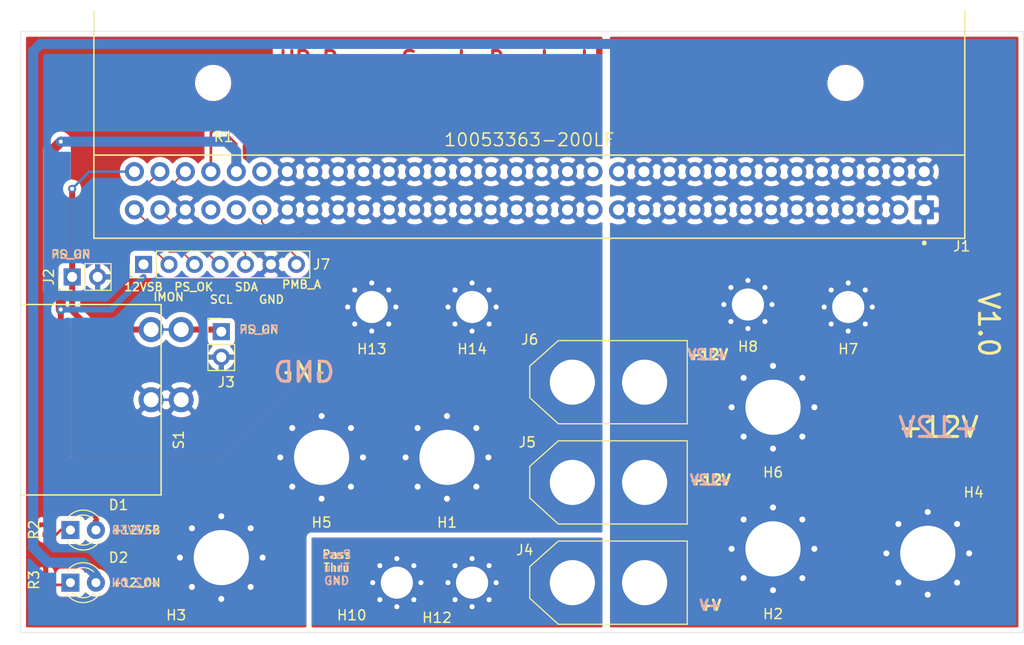
<source format=kicad_pcb>
(kicad_pcb (version 20171130) (host pcbnew "(5.1.6)-1")
  (layers (0 Front signal) (31 Back signal) (34 B.Paste user hide) (35 F.Paste user) (36 B.SilkS user hide) (37 F.SilkS user) (38 B.Mask user hide) (39 F.Mask user) (44 Edge.Cuts user))
  (net 0 "")
  (net 1 +12V)
  (net 2 "Net-(J1-PadA28)")
  (net 3 "Net-(J1-PadA29)")
  (net 4 GND)
  (net 5 +12VSB)
  (net 6 /PS_ON)
  (net 7 "Net-(D1-Pad1)")
  (net 8 "Net-(D2-Pad1)")
  (net 9 /PMB_ADDR)
  (net 10 /SDA)
  (net 11 /SCL)
  (net 12 /IMONITOR)
  (net 13 /PRESENT_L)
  (net 14 /PSINT)
  (net 15 /PASS_THRU_GND)
  (net 16 /PS_OK)
  (module eec:Amphenol_ICC-10053363-200LF-0-0-MFG (layer Front) (at 163.96 71.15 180)
    (fp_text reference J1 (at -44.055 -5.54) (layer F.SilkS) (effects (justify right)))
    (fp_text value 10053363-200LF (at 0 5.08) (layer F.SilkS) (effects (font (size 1.27 1.27))))
    (fp_line (start -43.41 -4.74) (end 43.41 -4.74) (layer F.SilkS) (width 0.15))
    (fp_line (start 43.41 17.955) (end 43.41 3.555) (layer F.SilkS) (width 0.15))
    (fp_line (start -43.41 3.555) (end 43.41 3.555) (layer F.SilkS) (width 0.15))
    (fp_line (start -43.41 17.955) (end -43.41 3.555) (layer F.SilkS) (width 0.15))
    (fp_circle (center -39.37 -5.21) (end -39.245 -5.21) (layer F.SilkS) (width 0.25))
    (fp_line (start -43.41 3.555) (end -43.41 -4.74) (layer F.SilkS) (width 0.15))
    (fp_line (start 43.41 3.555) (end 43.41 -4.74) (layer F.SilkS) (width 0.15))
    (pad "" np_thru_hole circle (at 31.52 10.755 180) (size 2.6 2.6) (drill 2.6) (layers *.Cu *.Mask))
    (pad "" np_thru_hole circle (at -31.52 10.755 180) (size 2.6 2.6) (drill 2.6) (layers *.Cu *.Mask))
    (pad A1 thru_hole rect (at -39.37 -1.905 180) (size 1.9 1.9) (drill 1.1) (layers *.Cu *.Mask) (net 1 +12V))
    (pad A2 thru_hole circle (at -36.83 -1.905 180) (size 1.9 1.9) (drill 1.1) (layers *.Cu *.Mask) (net 1 +12V))
    (pad A3 thru_hole circle (at -34.29 -1.905 180) (size 1.9 1.9) (drill 1.1) (layers *.Cu *.Mask) (net 1 +12V))
    (pad A4 thru_hole circle (at -31.75 -1.905 180) (size 1.9 1.9) (drill 1.1) (layers *.Cu *.Mask) (net 1 +12V))
    (pad A5 thru_hole circle (at -29.21 -1.905 180) (size 1.9 1.9) (drill 1.1) (layers *.Cu *.Mask) (net 1 +12V))
    (pad A6 thru_hole circle (at -26.67 -1.905 180) (size 1.9 1.9) (drill 1.1) (layers *.Cu *.Mask) (net 1 +12V))
    (pad A7 thru_hole circle (at -24.13 -1.905 180) (size 1.9 1.9) (drill 1.1) (layers *.Cu *.Mask) (net 1 +12V))
    (pad A8 thru_hole circle (at -21.59 -1.905 180) (size 1.9 1.9) (drill 1.1) (layers *.Cu *.Mask) (net 1 +12V))
    (pad A9 thru_hole circle (at -19.05 -1.905 180) (size 1.9 1.9) (drill 1.1) (layers *.Cu *.Mask) (net 1 +12V))
    (pad A10 thru_hole circle (at -16.51 -1.905 180) (size 1.9 1.9) (drill 1.1) (layers *.Cu *.Mask) (net 1 +12V))
    (pad A11 thru_hole circle (at -13.97 -1.905 180) (size 1.9 1.9) (drill 1.1) (layers *.Cu *.Mask) (net 1 +12V))
    (pad A12 thru_hole circle (at -11.43 -1.905 180) (size 1.9 1.9) (drill 1.1) (layers *.Cu *.Mask) (net 1 +12V))
    (pad A13 thru_hole circle (at -8.89 -1.905 180) (size 1.9 1.9) (drill 1.1) (layers *.Cu *.Mask) (net 1 +12V))
    (pad A14 thru_hole circle (at -6.35 -1.905 180) (size 1.9 1.9) (drill 1.1) (layers *.Cu *.Mask) (net 4 GND))
    (pad A15 thru_hole circle (at -3.81 -1.905 180) (size 1.9 1.9) (drill 1.1) (layers *.Cu *.Mask) (net 4 GND))
    (pad A16 thru_hole circle (at -1.27 -1.905 180) (size 1.9 1.9) (drill 1.1) (layers *.Cu *.Mask) (net 4 GND))
    (pad A17 thru_hole circle (at 1.27 -1.905 180) (size 1.9 1.9) (drill 1.1) (layers *.Cu *.Mask) (net 4 GND))
    (pad A18 thru_hole circle (at 3.81 -1.905 180) (size 1.9 1.9) (drill 1.1) (layers *.Cu *.Mask) (net 4 GND))
    (pad A19 thru_hole circle (at 6.35 -1.905 180) (size 1.9 1.9) (drill 1.1) (layers *.Cu *.Mask) (net 4 GND))
    (pad A20 thru_hole circle (at 8.89 -1.905 180) (size 1.9 1.9) (drill 1.1) (layers *.Cu *.Mask) (net 4 GND))
    (pad A21 thru_hole circle (at 11.43 -1.905 180) (size 1.9 1.9) (drill 1.1) (layers *.Cu *.Mask) (net 4 GND))
    (pad A22 thru_hole circle (at 13.97 -1.905 180) (size 1.9 1.9) (drill 1.1) (layers *.Cu *.Mask) (net 4 GND))
    (pad A23 thru_hole circle (at 16.51 -1.905 180) (size 1.9 1.9) (drill 1.1) (layers *.Cu *.Mask) (net 4 GND))
    (pad A24 thru_hole circle (at 19.05 -1.905 180) (size 1.9 1.9) (drill 1.1) (layers *.Cu *.Mask) (net 4 GND))
    (pad A25 thru_hole circle (at 21.59 -1.905 180) (size 1.9 1.9) (drill 1.1) (layers *.Cu *.Mask) (net 4 GND))
    (pad A26 thru_hole circle (at 24.13 -1.905 180) (size 1.9 1.9) (drill 1.1) (layers *.Cu *.Mask) (net 4 GND))
    (pad A27 thru_hole circle (at 26.67 -1.905 180) (size 1.9 1.9) (drill 1.1) (layers *.Cu *.Mask) (net 9 /PMB_ADDR))
    (pad A28 thru_hole circle (at 29.21 -1.905 180) (size 1.9 1.9) (drill 1.1) (layers *.Cu *.Mask) (net 2 "Net-(J1-PadA28)"))
    (pad A29 thru_hole circle (at 31.75 -1.905 180) (size 1.9 1.9) (drill 1.1) (layers *.Cu *.Mask) (net 3 "Net-(J1-PadA29)"))
    (pad A30 thru_hole circle (at 34.29 -1.905 180) (size 1.9 1.9) (drill 1.1) (layers *.Cu *.Mask) (net 4 GND))
    (pad A31 thru_hole circle (at 36.83 -1.905 180) (size 1.9 1.9) (drill 1.1) (layers *.Cu *.Mask) (net 10 /SDA))
    (pad A32 thru_hole circle (at 39.37 -1.905 180) (size 1.9 1.9) (drill 1.1) (layers *.Cu *.Mask) (net 11 /SCL))
    (pad B32 thru_hole circle (at 39.37 1.905 180) (size 1.9 1.9) (drill 1.1) (layers *.Cu *.Mask) (net 6 /PS_ON))
    (pad B31 thru_hole circle (at 36.83 1.905 180) (size 1.9 1.9) (drill 1.1) (layers *.Cu *.Mask) (net 12 /IMONITOR))
    (pad B30 thru_hole circle (at 34.29 1.905 180) (size 1.9 1.9) (drill 1.1) (layers *.Cu *.Mask) (net 16 /PS_OK))
    (pad B29 thru_hole circle (at 31.75 1.905 180) (size 1.9 1.9) (drill 1.1) (layers *.Cu *.Mask) (net 13 /PRESENT_L))
    (pad B28 thru_hole circle (at 29.21 1.905 180) (size 1.9 1.9) (drill 1.1) (layers *.Cu *.Mask) (net 5 +12VSB))
    (pad B27 thru_hole circle (at 26.67 1.905 180) (size 1.9 1.9) (drill 1.1) (layers *.Cu *.Mask) (net 14 /PSINT))
    (pad B26 thru_hole circle (at 24.13 1.905 180) (size 1.9 1.9) (drill 1.1) (layers *.Cu *.Mask) (net 4 GND))
    (pad B25 thru_hole circle (at 21.59 1.905 180) (size 1.9 1.9) (drill 1.1) (layers *.Cu *.Mask) (net 4 GND))
    (pad B24 thru_hole circle (at 19.05 1.905 180) (size 1.9 1.9) (drill 1.1) (layers *.Cu *.Mask) (net 4 GND))
    (pad B23 thru_hole circle (at 16.51 1.905 180) (size 1.9 1.9) (drill 1.1) (layers *.Cu *.Mask) (net 4 GND))
    (pad B22 thru_hole circle (at 13.97 1.905 180) (size 1.9 1.9) (drill 1.1) (layers *.Cu *.Mask) (net 4 GND))
    (pad B21 thru_hole circle (at 11.43 1.905 180) (size 1.9 1.9) (drill 1.1) (layers *.Cu *.Mask) (net 4 GND))
    (pad B20 thru_hole circle (at 8.89 1.905 180) (size 1.9 1.9) (drill 1.1) (layers *.Cu *.Mask) (net 4 GND))
    (pad B19 thru_hole circle (at 6.35 1.905 180) (size 1.9 1.9) (drill 1.1) (layers *.Cu *.Mask) (net 4 GND))
    (pad B18 thru_hole circle (at 3.81 1.905 180) (size 1.9 1.9) (drill 1.1) (layers *.Cu *.Mask) (net 4 GND))
    (pad B17 thru_hole circle (at 1.27 1.905 180) (size 1.9 1.9) (drill 1.1) (layers *.Cu *.Mask) (net 4 GND))
    (pad B16 thru_hole circle (at -1.27 1.905 180) (size 1.9 1.9) (drill 1.1) (layers *.Cu *.Mask) (net 4 GND))
    (pad B15 thru_hole circle (at -3.81 1.905 180) (size 1.9 1.9) (drill 1.1) (layers *.Cu *.Mask) (net 4 GND))
    (pad B14 thru_hole circle (at -6.35 1.905 180) (size 1.9 1.9) (drill 1.1) (layers *.Cu *.Mask) (net 4 GND))
    (pad B13 thru_hole circle (at -8.89 1.905 180) (size 1.9 1.9) (drill 1.1) (layers *.Cu *.Mask) (net 1 +12V))
    (pad B12 thru_hole circle (at -11.43 1.905 180) (size 1.9 1.9) (drill 1.1) (layers *.Cu *.Mask) (net 1 +12V))
    (pad B11 thru_hole circle (at -13.97 1.905 180) (size 1.9 1.9) (drill 1.1) (layers *.Cu *.Mask) (net 1 +12V))
    (pad B10 thru_hole circle (at -16.51 1.905 180) (size 1.9 1.9) (drill 1.1) (layers *.Cu *.Mask) (net 1 +12V))
    (pad B9 thru_hole circle (at -19.05 1.905 180) (size 1.9 1.9) (drill 1.1) (layers *.Cu *.Mask) (net 1 +12V))
    (pad B8 thru_hole circle (at -21.59 1.905 180) (size 1.9 1.9) (drill 1.1) (layers *.Cu *.Mask) (net 1 +12V))
    (pad B7 thru_hole circle (at -24.13 1.905 180) (size 1.9 1.9) (drill 1.1) (layers *.Cu *.Mask) (net 1 +12V))
    (pad B6 thru_hole circle (at -26.67 1.905 180) (size 1.9 1.9) (drill 1.1) (layers *.Cu *.Mask) (net 1 +12V))
    (pad B5 thru_hole circle (at -29.21 1.905 180) (size 1.9 1.9) (drill 1.1) (layers *.Cu *.Mask) (net 1 +12V))
    (pad B4 thru_hole circle (at -31.75 1.905 180) (size 1.9 1.9) (drill 1.1) (layers *.Cu *.Mask) (net 1 +12V))
    (pad B3 thru_hole circle (at -34.29 1.905 180) (size 1.9 1.9) (drill 1.1) (layers *.Cu *.Mask) (net 1 +12V))
    (pad B2 thru_hole circle (at -36.83 1.905 180) (size 1.9 1.9) (drill 1.1) (layers *.Cu *.Mask) (net 1 +12V))
    (pad B1 thru_hole circle (at -39.37 1.905 180) (size 1.9 1.9) (drill 1.1) (layers *.Cu *.Mask) (net 1 +12V))
  )
  (module Connector_PinHeader_2.54mm:PinHeader_1x07_P2.54mm_Vertical (layer Front) (at 125.5 78.5 90)
    (fp_text reference J7 (at 0 17.75 180) (layer F.SilkS))
    (fp_text value Conn_01x07_Male)
    (fp_line (start -1.33 16.57) (end 1.33 16.57) (layer F.SilkS) (width 0.12))
    (fp_line (start -1.33 1.27) (end -1.33 16.57) (layer F.SilkS) (width 0.12))
    (fp_line (start 1.33 1.27) (end 1.33 16.57) (layer F.SilkS) (width 0.12))
    (fp_line (start -1.33 1.27) (end 1.33 1.27) (layer F.SilkS) (width 0.12))
    (fp_line (start -1.33 0) (end -1.33 -1.33) (layer F.SilkS) (width 0.12))
    (fp_line (start -1.33 -1.33) (end 0 -1.33) (layer F.SilkS) (width 0.12))
    (pad 7 thru_hole oval (at 0 15.24 90) (size 1.7 1.7) (drill 1) (layers *.Cu *.Mask) (net 9 /PMB_ADDR))
    (pad 6 thru_hole oval (at 0 12.7 135) (size 1.7 1.7) (drill 1) (layers *.Cu *.Mask) (net 4 GND))
    (pad 5 thru_hole oval (at 0 10.16 90) (size 1.7 1.7) (drill 1) (layers *.Cu *.Mask) (net 10 /SDA))
    (pad 4 thru_hole oval (at 0 7.62 90) (size 1.7 1.7) (drill 1) (layers *.Cu *.Mask) (net 11 /SCL))
    (pad 3 thru_hole oval (at 0 5.08 90) (size 1.7 1.7) (drill 1) (layers *.Cu *.Mask) (net 16 /PS_OK))
    (pad 2 thru_hole oval (at 0 2.54 90) (size 1.7 1.7) (drill 1) (layers *.Cu *.Mask) (net 12 /IMONITOR))
    (pad 1 thru_hole rect (at 0 0 90) (size 1.7 1.7) (drill 1) (layers *.Cu *.Mask) (net 5 +12VSB))
  )
  (module MountingHole:MountingHole_3.2mm_M3_Pad_Via (layer Front) (at 158.25 82.75 180)
    (fp_text reference H14 (at 0 -4.2) (layer F.SilkS))
    (fp_text value MountingHole_Pad)
    (pad 1 thru_hole circle (at 1.697056 -1.697056 180) (size 0.8 0.8) (drill 0.5) (layers *.Cu *.Mask) (net 4 GND))
    (pad 1 thru_hole circle (at 0 -2.4 180) (size 0.8 0.8) (drill 0.5) (layers *.Cu *.Mask) (net 4 GND))
    (pad 1 thru_hole circle (at -1.697056 -1.697056 180) (size 0.8 0.8) (drill 0.5) (layers *.Cu *.Mask) (net 4 GND))
    (pad 1 thru_hole circle (at -2.4 0 180) (size 0.8 0.8) (drill 0.5) (layers *.Cu *.Mask) (net 4 GND))
    (pad 1 thru_hole circle (at -1.697056 1.697056 180) (size 0.8 0.8) (drill 0.5) (layers *.Cu *.Mask) (net 4 GND))
    (pad 1 thru_hole circle (at 0 2.4 180) (size 0.8 0.8) (drill 0.5) (layers *.Cu *.Mask) (net 4 GND))
    (pad 1 thru_hole circle (at 1.697056 1.697056 180) (size 0.8 0.8) (drill 0.5) (layers *.Cu *.Mask) (net 4 GND))
    (pad 1 thru_hole circle (at 2.4 0 180) (size 0.8 0.8) (drill 0.5) (layers *.Cu *.Mask) (net 4 GND))
    (pad 1 thru_hole circle (at 0 0 180) (size 6.4 6.4) (drill 3.2) (layers *.Cu *.Mask) (net 4 GND))
  )
  (module MountingHole:MountingHole_3.2mm_M3_Pad_Via (layer Front) (at 148.25 82.75 180)
    (fp_text reference H13 (at 0 -4.2) (layer F.SilkS))
    (fp_text value MountingHole_Pad)
    (pad 1 thru_hole circle (at 1.697056 -1.697056 180) (size 0.8 0.8) (drill 0.5) (layers *.Cu *.Mask) (net 4 GND))
    (pad 1 thru_hole circle (at 0 -2.4 180) (size 0.8 0.8) (drill 0.5) (layers *.Cu *.Mask) (net 4 GND))
    (pad 1 thru_hole circle (at -1.697056 -1.697056 180) (size 0.8 0.8) (drill 0.5) (layers *.Cu *.Mask) (net 4 GND))
    (pad 1 thru_hole circle (at -2.4 0 180) (size 0.8 0.8) (drill 0.5) (layers *.Cu *.Mask) (net 4 GND))
    (pad 1 thru_hole circle (at -1.697056 1.697056 180) (size 0.8 0.8) (drill 0.5) (layers *.Cu *.Mask) (net 4 GND))
    (pad 1 thru_hole circle (at 0 2.4 180) (size 0.8 0.8) (drill 0.5) (layers *.Cu *.Mask) (net 4 GND))
    (pad 1 thru_hole circle (at 1.697056 1.697056 180) (size 0.8 0.8) (drill 0.5) (layers *.Cu *.Mask) (net 4 GND))
    (pad 1 thru_hole circle (at 2.4 0 180) (size 0.8 0.8) (drill 0.5) (layers *.Cu *.Mask) (net 4 GND))
    (pad 1 thru_hole circle (at 0 0 180) (size 6.4 6.4) (drill 3.2) (layers *.Cu *.Mask) (net 4 GND))
  )
  (module MountingHole:MountingHole_3.2mm_M3_Pad_Via (layer Front) (at 158.25 110.25 180)
    (fp_text reference H12 (at 3.5 -3.5) (layer F.SilkS))
    (fp_text value MountingHole_Pad)
    (pad 1 thru_hole circle (at 1.697056 -1.697056 180) (size 0.8 0.8) (drill 0.5) (layers *.Cu *.Mask) (net 15 /PASS_THRU_GND))
    (pad 1 thru_hole circle (at 0 -2.4 180) (size 0.8 0.8) (drill 0.5) (layers *.Cu *.Mask) (net 15 /PASS_THRU_GND))
    (pad 1 thru_hole circle (at -1.697056 -1.697056 180) (size 0.8 0.8) (drill 0.5) (layers *.Cu *.Mask) (net 15 /PASS_THRU_GND))
    (pad 1 thru_hole circle (at -2.4 0 180) (size 0.8 0.8) (drill 0.5) (layers *.Cu *.Mask) (net 15 /PASS_THRU_GND))
    (pad 1 thru_hole circle (at -1.697056 1.697056 180) (size 0.8 0.8) (drill 0.5) (layers *.Cu *.Mask) (net 15 /PASS_THRU_GND))
    (pad 1 thru_hole circle (at 0 2.4 180) (size 0.8 0.8) (drill 0.5) (layers *.Cu *.Mask) (net 15 /PASS_THRU_GND))
    (pad 1 thru_hole circle (at 1.697056 1.697056 180) (size 0.8 0.8) (drill 0.5) (layers *.Cu *.Mask) (net 15 /PASS_THRU_GND))
    (pad 1 thru_hole circle (at 2.4 0 180) (size 0.8 0.8) (drill 0.5) (layers *.Cu *.Mask) (net 15 /PASS_THRU_GND))
    (pad 1 thru_hole circle (at 0 0 180) (size 6.4 6.4) (drill 3.2) (layers *.Cu *.Mask) (net 15 /PASS_THRU_GND))
  )
  (module MountingHole:MountingHole_3.2mm_M3_Pad_Via (layer Front) (at 150.75 110.25 180)
    (fp_text reference H10 (at 4.5 -3.25) (layer F.SilkS))
    (fp_text value MountingHole_Pad)
    (pad 1 thru_hole circle (at 1.697056 -1.697056 180) (size 0.8 0.8) (drill 0.5) (layers *.Cu *.Mask) (net 15 /PASS_THRU_GND))
    (pad 1 thru_hole circle (at 0 -2.4 180) (size 0.8 0.8) (drill 0.5) (layers *.Cu *.Mask) (net 15 /PASS_THRU_GND))
    (pad 1 thru_hole circle (at -1.697056 -1.697056 180) (size 0.8 0.8) (drill 0.5) (layers *.Cu *.Mask) (net 15 /PASS_THRU_GND))
    (pad 1 thru_hole circle (at -2.4 0 180) (size 0.8 0.8) (drill 0.5) (layers *.Cu *.Mask) (net 15 /PASS_THRU_GND))
    (pad 1 thru_hole circle (at -1.697056 1.697056 180) (size 0.8 0.8) (drill 0.5) (layers *.Cu *.Mask) (net 15 /PASS_THRU_GND))
    (pad 1 thru_hole circle (at 0 2.4 180) (size 0.8 0.8) (drill 0.5) (layers *.Cu *.Mask) (net 15 /PASS_THRU_GND))
    (pad 1 thru_hole circle (at 1.697056 1.697056 180) (size 0.8 0.8) (drill 0.5) (layers *.Cu *.Mask) (net 15 /PASS_THRU_GND))
    (pad 1 thru_hole circle (at 2.4 0 180) (size 0.8 0.8) (drill 0.5) (layers *.Cu *.Mask) (net 15 /PASS_THRU_GND))
    (pad 1 thru_hole circle (at 0 0 180) (size 6.4 6.4) (drill 3.2) (layers *.Cu *.Mask) (net 15 /PASS_THRU_GND))
  )
  (module MountingHole:MountingHole_3.2mm_M3_Pad_Via (layer Front) (at 185.75 82.5 180)
    (fp_text reference H8 (at 0 -4.2) (layer F.SilkS))
    (fp_text value MountingHole_Pad)
    (pad 1 thru_hole circle (at 1.697056 -1.697056 180) (size 0.8 0.8) (drill 0.5) (layers *.Cu *.Mask) (net 1 +12V))
    (pad 1 thru_hole circle (at 0 -2.4 180) (size 0.8 0.8) (drill 0.5) (layers *.Cu *.Mask) (net 1 +12V))
    (pad 1 thru_hole circle (at -1.697056 -1.697056 180) (size 0.8 0.8) (drill 0.5) (layers *.Cu *.Mask) (net 1 +12V))
    (pad 1 thru_hole circle (at -2.4 0 180) (size 0.8 0.8) (drill 0.5) (layers *.Cu *.Mask) (net 1 +12V))
    (pad 1 thru_hole circle (at -1.697056 1.697056 180) (size 0.8 0.8) (drill 0.5) (layers *.Cu *.Mask) (net 1 +12V))
    (pad 1 thru_hole circle (at 0 2.4 180) (size 0.8 0.8) (drill 0.5) (layers *.Cu *.Mask) (net 1 +12V))
    (pad 1 thru_hole circle (at 1.697056 1.697056 180) (size 0.8 0.8) (drill 0.5) (layers *.Cu *.Mask) (net 1 +12V))
    (pad 1 thru_hole circle (at 2.4 0 180) (size 0.8 0.8) (drill 0.5) (layers *.Cu *.Mask) (net 1 +12V))
    (pad 1 thru_hole circle (at 0 0 180) (size 6.4 6.4) (drill 3.200001) (layers *.Cu *.Mask) (net 1 +12V))
  )
  (module MountingHole:MountingHole_3.2mm_M3_Pad_Via (layer Front) (at 195.75 82.75 180)
    (fp_text reference H7 (at 0 -4.2) (layer F.SilkS))
    (fp_text value MountingHole_Pad)
    (pad 1 thru_hole circle (at 1.697056 -1.697056 180) (size 0.8 0.8) (drill 0.5) (layers *.Cu *.Mask) (net 1 +12V))
    (pad 1 thru_hole circle (at 0 -2.4 180) (size 0.8 0.8) (drill 0.5) (layers *.Cu *.Mask) (net 1 +12V))
    (pad 1 thru_hole circle (at -1.697056 -1.697056 180) (size 0.8 0.8) (drill 0.5) (layers *.Cu *.Mask) (net 1 +12V))
    (pad 1 thru_hole circle (at -2.4 0 180) (size 0.8 0.8) (drill 0.5) (layers *.Cu *.Mask) (net 1 +12V))
    (pad 1 thru_hole circle (at -1.697056 1.697056 180) (size 0.8 0.8) (drill 0.5) (layers *.Cu *.Mask) (net 1 +12V))
    (pad 1 thru_hole circle (at 0 2.4 180) (size 0.8 0.8) (drill 0.5) (layers *.Cu *.Mask) (net 1 +12V))
    (pad 1 thru_hole circle (at 1.697056 1.697056 180) (size 0.8 0.8) (drill 0.5) (layers *.Cu *.Mask) (net 1 +12V))
    (pad 1 thru_hole circle (at 2.4 0 180) (size 0.8 0.8) (drill 0.5) (layers *.Cu *.Mask) (net 1 +12V))
    (pad 1 thru_hole circle (at 0 0 180) (size 6.4 6.4) (drill 3.2) (layers *.Cu *.Mask) (net 1 +12V))
  )
  (module Busky_KiCad_Lib:RockerSwitch_RA_R1966A (layer Front) (at 113.25 92 90)
    (fp_text reference S1 (at -4 15.75 270) (layer F.SilkS))
    (fp_text value ROCKER_SWITCH-SPST_PTH_RIGHT_ANGLE)
    (fp_line (start 9.5 14) (end -9.5 14) (layer F.SilkS) (width 0.15))
    (fp_line (start -9.5 0) (end -9.5 14) (layer F.SilkS) (width 0.15))
    (fp_line (start 9.5 0) (end 9.5 14) (layer F.SilkS) (width 0.15))
    (pad 2 thru_hole circle (at 7 13 90) (size 2.5 2.5) (drill 1.5) (layers *.Cu *.Mask) (net 6 /PS_ON))
    (pad 1 thru_hole circle (at 0 13 90) (size 2.5 2.5) (drill 1.5) (layers *.Cu *.Mask) (net 4 GND))
    (pad 2 thru_hole circle (at 7 16 90) (size 2.5 2.5) (drill 1.5) (layers *.Cu *.Mask) (net 6 /PS_ON))
    (pad 1 thru_hole circle (at 0 16 90) (size 2.5 2.5) (drill 1.5) (layers *.Cu *.Mask) (net 4 GND))
  )
  (module MountingHole:MountingHole_5.5mm_Pad_Via (layer Front) (at 188.25 92.75 180)
    (fp_text reference H6 (at 0 -6.5) (layer F.SilkS))
    (fp_text value MountingHole_Pad)
    (pad 1 thru_hole circle (at 2.926815 -2.926815 180) (size 0.9 0.9) (drill 0.6) (layers *.Cu *.Mask) (net 1 +12V))
    (pad 1 thru_hole circle (at 0 -4.125 180) (size 0.9 0.9) (drill 0.6) (layers *.Cu *.Mask) (net 1 +12V))
    (pad 1 thru_hole circle (at -2.926815 -2.926815 180) (size 0.9 0.9) (drill 0.6) (layers *.Cu *.Mask) (net 1 +12V))
    (pad 1 thru_hole circle (at -4.125 0 180) (size 0.9 0.9) (drill 0.6) (layers *.Cu *.Mask) (net 1 +12V))
    (pad 1 thru_hole circle (at -2.926815 2.926815 180) (size 0.9 0.9) (drill 0.6) (layers *.Cu *.Mask) (net 1 +12V))
    (pad 1 thru_hole circle (at 0 4.125 180) (size 0.9 0.9) (drill 0.6) (layers *.Cu *.Mask) (net 1 +12V))
    (pad 1 thru_hole circle (at 2.926815 2.926815 180) (size 0.9 0.9) (drill 0.6) (layers *.Cu *.Mask) (net 1 +12V))
    (pad 1 thru_hole circle (at 4.125 0 180) (size 0.9 0.9) (drill 0.6) (layers *.Cu *.Mask) (net 1 +12V))
    (pad 1 thru_hole circle (at 0 0 180) (size 11 11) (drill 5.5) (layers *.Cu *.Mask) (net 1 +12V))
  )
  (module MountingHole:MountingHole_5.5mm_Pad_Via (layer Front) (at 143.25 97.75 180)
    (fp_text reference H5 (at 0 -6.5) (layer F.SilkS))
    (fp_text value MountingHole_Pad)
    (pad 1 thru_hole circle (at 2.926815 -2.926815 180) (size 0.9 0.9) (drill 0.6) (layers *.Cu *.Mask) (net 4 GND))
    (pad 1 thru_hole circle (at 0 -4.125 180) (size 0.9 0.9) (drill 0.6) (layers *.Cu *.Mask) (net 4 GND))
    (pad 1 thru_hole circle (at -2.926815 -2.926815 180) (size 0.9 0.9) (drill 0.6) (layers *.Cu *.Mask) (net 4 GND))
    (pad 1 thru_hole circle (at -4.125 0 180) (size 0.9 0.9) (drill 0.6) (layers *.Cu *.Mask) (net 4 GND))
    (pad 1 thru_hole circle (at -2.926815 2.926815 180) (size 0.9 0.9) (drill 0.6) (layers *.Cu *.Mask) (net 4 GND))
    (pad 1 thru_hole circle (at 0 4.125 180) (size 0.9 0.9) (drill 0.6) (layers *.Cu *.Mask) (net 4 GND))
    (pad 1 thru_hole circle (at 2.926815 2.926815 180) (size 0.9 0.9) (drill 0.6) (layers *.Cu *.Mask) (net 4 GND))
    (pad 1 thru_hole circle (at 4.125 0 180) (size 0.9 0.9) (drill 0.6) (layers *.Cu *.Mask) (net 4 GND))
    (pad 1 thru_hole circle (at 0 0 180) (size 11 11) (drill 5.5) (layers *.Cu *.Mask) (net 4 GND))
  )
  (module MountingHole:MountingHole_5.5mm_Pad_Via (layer Front) (at 203.676815 107.323185 180)
    (fp_text reference H4 (at -4.573185 6.073185) (layer F.SilkS))
    (fp_text value MountingHole_Pad)
    (pad 1 thru_hole circle (at 2.926815 -2.926815 180) (size 0.9 0.9) (drill 0.6) (layers *.Cu *.Mask) (net 1 +12V))
    (pad 1 thru_hole circle (at 0 -4.125 180) (size 0.9 0.9) (drill 0.6) (layers *.Cu *.Mask) (net 1 +12V))
    (pad 1 thru_hole circle (at -2.926815 -2.926815 180) (size 0.9 0.9) (drill 0.6) (layers *.Cu *.Mask) (net 1 +12V))
    (pad 1 thru_hole circle (at -4.125 0 180) (size 0.9 0.9) (drill 0.6) (layers *.Cu *.Mask) (net 1 +12V))
    (pad 1 thru_hole circle (at -2.926815 2.926815 180) (size 0.9 0.9) (drill 0.6) (layers *.Cu *.Mask) (net 1 +12V))
    (pad 1 thru_hole circle (at 0 4.125 180) (size 0.9 0.9) (drill 0.6) (layers *.Cu *.Mask) (net 1 +12V))
    (pad 1 thru_hole circle (at 2.926815 2.926815 180) (size 0.9 0.9) (drill 0.6) (layers *.Cu *.Mask) (net 1 +12V))
    (pad 1 thru_hole circle (at 4.125 0 180) (size 0.9 0.9) (drill 0.6) (layers *.Cu *.Mask) (net 1 +12V))
    (pad 1 thru_hole circle (at 0 0 180) (size 11 11) (drill 5.5) (layers *.Cu *.Mask) (net 1 +12V))
  )
  (module MountingHole:MountingHole_5.5mm_Pad_Via (layer Front) (at 133.25 107.75 180)
    (fp_text reference H3 (at 4.5 -5.75) (layer F.SilkS))
    (fp_text value MountingHole_Pad)
    (pad 1 thru_hole circle (at 2.926815 -2.926815 180) (size 0.9 0.9) (drill 0.6) (layers *.Cu *.Mask) (net 4 GND))
    (pad 1 thru_hole circle (at 0 -4.125 180) (size 0.9 0.9) (drill 0.6) (layers *.Cu *.Mask) (net 4 GND))
    (pad 1 thru_hole circle (at -2.926815 -2.926815 180) (size 0.9 0.9) (drill 0.6) (layers *.Cu *.Mask) (net 4 GND))
    (pad 1 thru_hole circle (at -4.125 0 180) (size 0.9 0.9) (drill 0.6) (layers *.Cu *.Mask) (net 4 GND))
    (pad 1 thru_hole circle (at -2.926815 2.926815 180) (size 0.9 0.9) (drill 0.6) (layers *.Cu *.Mask) (net 4 GND))
    (pad 1 thru_hole circle (at 0 4.125 180) (size 0.9 0.9) (drill 0.6) (layers *.Cu *.Mask) (net 4 GND))
    (pad 1 thru_hole circle (at 2.926815 2.926815 180) (size 0.9 0.9) (drill 0.6) (layers *.Cu *.Mask) (net 4 GND))
    (pad 1 thru_hole circle (at 4.125 0 180) (size 0.9 0.9) (drill 0.6) (layers *.Cu *.Mask) (net 4 GND))
    (pad 1 thru_hole circle (at 0 0 180) (size 11 11) (drill 5.5) (layers *.Cu *.Mask) (net 4 GND))
  )
  (module MountingHole:MountingHole_5.5mm_Pad_Via (layer Front) (at 188.25 106.875 180)
    (fp_text reference H2 (at 0 -6.5) (layer F.SilkS))
    (fp_text value MountingHole_Pad)
    (pad 1 thru_hole circle (at 2.926815 -2.926815 180) (size 0.9 0.9) (drill 0.6) (layers *.Cu *.Mask) (net 1 +12V))
    (pad 1 thru_hole circle (at 0 -4.125 180) (size 0.9 0.9) (drill 0.6) (layers *.Cu *.Mask) (net 1 +12V))
    (pad 1 thru_hole circle (at -2.926815 -2.926815 180) (size 0.9 0.9) (drill 0.6) (layers *.Cu *.Mask) (net 1 +12V))
    (pad 1 thru_hole circle (at -4.125 0 180) (size 0.9 0.9) (drill 0.6) (layers *.Cu *.Mask) (net 1 +12V))
    (pad 1 thru_hole circle (at -2.926815 2.926815 180) (size 0.9 0.9) (drill 0.6) (layers *.Cu *.Mask) (net 1 +12V))
    (pad 1 thru_hole circle (at 0 4.125 180) (size 0.9 0.9) (drill 0.6) (layers *.Cu *.Mask) (net 1 +12V))
    (pad 1 thru_hole circle (at 2.926815 2.926815 180) (size 0.9 0.9) (drill 0.6) (layers *.Cu *.Mask) (net 1 +12V))
    (pad 1 thru_hole circle (at 4.125 0 180) (size 0.9 0.9) (drill 0.6) (layers *.Cu *.Mask) (net 1 +12V))
    (pad 1 thru_hole circle (at 0 0 180) (size 11 11) (drill 5.5) (layers *.Cu *.Mask) (net 1 +12V))
  )
  (module MountingHole:MountingHole_5.5mm_Pad_Via (layer Front) (at 155.75 97.75 180)
    (fp_text reference H1 (at 0 -6.5) (layer F.SilkS))
    (fp_text value MountingHole_Pad)
    (pad 1 thru_hole circle (at 2.926815 -2.926815 180) (size 0.9 0.9) (drill 0.6) (layers *.Cu *.Mask) (net 4 GND))
    (pad 1 thru_hole circle (at 0 -4.125 180) (size 0.9 0.9) (drill 0.6) (layers *.Cu *.Mask) (net 4 GND))
    (pad 1 thru_hole circle (at -2.926815 -2.926815 180) (size 0.9 0.9) (drill 0.6) (layers *.Cu *.Mask) (net 4 GND))
    (pad 1 thru_hole circle (at -4.125 0 180) (size 0.9 0.9) (drill 0.6) (layers *.Cu *.Mask) (net 4 GND))
    (pad 1 thru_hole circle (at -2.926815 2.926815 180) (size 0.9 0.9) (drill 0.6) (layers *.Cu *.Mask) (net 4 GND))
    (pad 1 thru_hole circle (at 0 4.125 180) (size 0.9 0.9) (drill 0.6) (layers *.Cu *.Mask) (net 4 GND))
    (pad 1 thru_hole circle (at 2.926815 2.926815 180) (size 0.9 0.9) (drill 0.6) (layers *.Cu *.Mask) (net 4 GND))
    (pad 1 thru_hole circle (at 4.125 0 180) (size 0.9 0.9) (drill 0.6) (layers *.Cu *.Mask) (net 4 GND))
    (pad 1 thru_hole circle (at 0 0 180) (size 11 11) (drill 5.5) (layers *.Cu *.Mask) (net 4 GND))
  )
  (module Connector_AMASS:AMASS_XT60-F_1x02_P7.20mm_Vertical (layer Front) (at 168.25 90.25)
    (fp_text reference J6 (at -4.25 -4.25 180) (layer F.SilkS))
    (fp_text value XT60-F)
    (fp_line (start 11.45 -4.15) (end -1.4 -4.15) (layer F.SilkS) (width 0.12))
    (fp_line (start -4.25 -1.6) (end -4.25 1.55) (layer F.SilkS) (width 0.12))
    (fp_line (start -1.4 4.15) (end 11.45 4.15) (layer F.SilkS) (width 0.12))
    (fp_line (start 11.45 4.15) (end 11.45 -4.15) (layer F.SilkS) (width 0.12))
    (fp_line (start -1.4 -4.15) (end -4.25 -1.6) (layer F.SilkS) (width 0.12))
    (fp_line (start -4.25 1.55) (end -1.4 4.15) (layer F.SilkS) (width 0.12))
    (pad 1 thru_hole roundrect (at 0 0) (size 6 6) (drill 4.5) (layers *.Cu *.Mask) (net 4 GND))
    (pad 2 thru_hole circle (at 7.2 0) (size 6 6) (drill 4.5) (layers *.Cu *.Mask) (net 1 +12V))
  )
  (module Connector_AMASS:AMASS_XT60-F_1x02_P7.20mm_Vertical (layer Front) (at 168.25 100.25)
    (fp_text reference J5 (at -4.5 -4 180) (layer F.SilkS))
    (fp_text value XT60-F)
    (fp_line (start 11.45 -4.15) (end -1.4 -4.15) (layer F.SilkS) (width 0.12))
    (fp_line (start -4.25 -1.6) (end -4.25 1.55) (layer F.SilkS) (width 0.12))
    (fp_line (start -1.4 4.15) (end 11.45 4.15) (layer F.SilkS) (width 0.12))
    (fp_line (start 11.45 4.15) (end 11.45 -4.15) (layer F.SilkS) (width 0.12))
    (fp_line (start -1.4 -4.15) (end -4.25 -1.6) (layer F.SilkS) (width 0.12))
    (fp_line (start -4.25 1.55) (end -1.4 4.15) (layer F.SilkS) (width 0.12))
    (pad 1 thru_hole roundrect (at 0 0) (size 6 6) (drill 4.5) (layers *.Cu *.Mask) (net 4 GND))
    (pad 2 thru_hole circle (at 7.2 0) (size 6 6) (drill 4.5) (layers *.Cu *.Mask) (net 1 +12V))
  )
  (module Connector_AMASS:AMASS_XT60-F_1x02_P7.20mm_Vertical (layer Front) (at 168.25 110.25)
    (fp_text reference J4 (at -4.75 -3.25 180) (layer F.SilkS))
    (fp_text value XT60-F)
    (fp_line (start 11.45 -4.15) (end -1.4 -4.15) (layer F.SilkS) (width 0.12))
    (fp_line (start -4.25 -1.6) (end -4.25 1.55) (layer F.SilkS) (width 0.12))
    (fp_line (start -1.4 4.15) (end 11.45 4.15) (layer F.SilkS) (width 0.12))
    (fp_line (start 11.45 4.15) (end 11.45 -4.15) (layer F.SilkS) (width 0.12))
    (fp_line (start -1.4 -4.15) (end -4.25 -1.6) (layer F.SilkS) (width 0.12))
    (fp_line (start -4.25 1.55) (end -1.4 4.15) (layer F.SilkS) (width 0.12))
    (pad 1 thru_hole roundrect (at 0 0) (size 6 6) (drill 4.5) (layers *.Cu *.Mask) (net 15 /PASS_THRU_GND))
    (pad 2 thru_hole circle (at 7.2 0) (size 6 6) (drill 4.5) (layers *.Cu *.Mask) (net 1 +12V))
  )
  (module Resistor_SMD:R_0402_1005Metric (layer Front) (at 115.75 109.985 90)
    (fp_text reference R3 (at 0 -1.17 90) (layer F.SilkS))
    (fp_text value 500)
    (pad 2 smd roundrect (at 0.485 0 90) (size 0.59 0.64) (layers Front F.Paste F.Mask) (net 4 GND))
    (pad 1 smd roundrect (at -0.485 0 90) (size 0.59 0.64) (layers Front F.Paste F.Mask) (net 8 "Net-(D2-Pad1)"))
  )
  (module Resistor_SMD:R_0402_1005Metric (layer Front) (at 115.75 104.975 90)
    (fp_text reference R2 (at 0 -1.17 90) (layer F.SilkS))
    (fp_text value 500)
    (pad 2 smd roundrect (at 0.485 0 90) (size 0.59 0.64) (layers Front F.Paste F.Mask) (net 4 GND))
    (pad 1 smd roundrect (at -0.485 0 90) (size 0.59 0.64) (layers Front F.Paste F.Mask) (net 7 "Net-(D1-Pad1)"))
  )
  (module Connector_PinHeader_2.54mm:PinHeader_1x02_P2.54mm_Vertical (layer Front) (at 133.25 85.21)
    (fp_text reference J3 (at 0.5 5.04) (layer F.SilkS))
    (fp_text value Conn_01x02_Male)
    (fp_line (start -1.33 -1.33) (end 0 -1.33) (layer F.SilkS) (width 0.12))
    (fp_line (start -1.33 0) (end -1.33 -1.33) (layer F.SilkS) (width 0.12))
    (fp_line (start -1.33 1.27) (end 1.33 1.27) (layer F.SilkS) (width 0.12))
    (fp_line (start 1.33 1.27) (end 1.33 3.87) (layer F.SilkS) (width 0.12))
    (fp_line (start -1.33 1.27) (end -1.33 3.87) (layer F.SilkS) (width 0.12))
    (fp_line (start -1.33 3.87) (end 1.33 3.87) (layer F.SilkS) (width 0.12))
    (pad 2 thru_hole oval (at 0 2.54) (size 1.7 1.7) (drill 1) (layers *.Cu *.Mask) (net 4 GND))
    (pad 1 thru_hole rect (at 0 0) (size 1.7 1.7) (drill 1) (layers *.Cu *.Mask) (net 6 /PS_ON))
  )
  (module LED_THT:LED_D3.0mm (layer Front) (at 118.21 110.25)
    (fp_text reference D2 (at 4.79 -2.5) (layer F.SilkS))
    (fp_text value LED)
    (fp_line (start -0.29 1.08) (end -0.29 1.236) (layer F.SilkS) (width 0.12))
    (fp_line (start -0.29 -1.236) (end -0.29 -1.08) (layer F.SilkS) (width 0.12))
    (fp_arc (start 1.27 0) (end 0.229039 1.08) (angle -87.9) (layer F.SilkS) (width 0.12))
    (fp_arc (start 1.27 0) (end 0.229039 -1.08) (angle 87.9) (layer F.SilkS) (width 0.12))
    (fp_arc (start 1.27 0) (end -0.29 1.235516) (angle -108.8) (layer F.SilkS) (width 0.12))
    (fp_arc (start 1.27 0) (end -0.29 -1.235516) (angle 108.8) (layer F.SilkS) (width 0.12))
    (pad 2 thru_hole circle (at 2.54 0) (size 1.8 1.8) (drill 0.9) (layers *.Cu *.Mask) (net 1 +12V))
    (pad 1 thru_hole rect (at 0 0) (size 1.8 1.8) (drill 0.9) (layers *.Cu *.Mask) (net 8 "Net-(D2-Pad1)"))
  )
  (module LED_THT:LED_D3.0mm (layer Front) (at 118.21 105)
    (fp_text reference D1 (at 4.79 -2.5) (layer F.SilkS))
    (fp_text value LED)
    (fp_line (start -0.29 1.08) (end -0.29 1.236) (layer F.SilkS) (width 0.12))
    (fp_line (start -0.29 -1.236) (end -0.29 -1.08) (layer F.SilkS) (width 0.12))
    (fp_arc (start 1.27 0) (end 0.229039 1.08) (angle -87.9) (layer F.SilkS) (width 0.12))
    (fp_arc (start 1.27 0) (end 0.229039 -1.08) (angle 87.9) (layer F.SilkS) (width 0.12))
    (fp_arc (start 1.27 0) (end -0.29 1.235516) (angle -108.8) (layer F.SilkS) (width 0.12))
    (fp_arc (start 1.27 0) (end -0.29 -1.235516) (angle 108.8) (layer F.SilkS) (width 0.12))
    (pad 2 thru_hole circle (at 2.54 0) (size 1.8 1.8) (drill 0.9) (layers *.Cu *.Mask) (net 5 +12VSB))
    (pad 1 thru_hole rect (at 0 0) (size 1.8 1.8) (drill 0.9) (layers *.Cu *.Mask) (net 7 "Net-(D1-Pad1)"))
  )
  (module Connector_PinHeader_2.54mm:PinHeader_1x02_P2.54mm_Vertical (layer Front) (at 118.385 79.75 90)
    (fp_text reference J2 (at 0 -2.33 90) (layer F.SilkS))
    (fp_text value Conn_01x02_Male)
    (fp_line (start -1.33 3.87) (end 1.33 3.87) (layer F.SilkS) (width 0.12))
    (fp_line (start -1.33 1.27) (end -1.33 3.87) (layer F.SilkS) (width 0.12))
    (fp_line (start 1.33 1.27) (end 1.33 3.87) (layer F.SilkS) (width 0.12))
    (fp_line (start -1.33 1.27) (end 1.33 1.27) (layer F.SilkS) (width 0.12))
    (fp_line (start -1.33 0) (end -1.33 -1.33) (layer F.SilkS) (width 0.12))
    (fp_line (start -1.33 -1.33) (end 0 -1.33) (layer F.SilkS) (width 0.12))
    (pad 2 thru_hole oval (at 0 2.54 90) (size 1.7 1.7) (drill 1) (layers *.Cu *.Mask) (net 4 GND))
    (pad 1 thru_hole rect (at 0 0 90) (size 1.7 1.7) (drill 1) (layers *.Cu *.Mask) (net 6 /PS_ON))
  )
  (module Resistor_SMD:R_0402_1005Metric (layer Front) (at 133.48 64.605 180)
    (fp_text reference R1 (at 0 -1.17) (layer F.SilkS))
    (fp_text value 22K)
    (pad 2 smd roundrect (at 0.485 0 180) (size 0.59 0.64) (layers Front F.Paste F.Mask) (net 13 /PRESENT_L))
    (pad 1 smd roundrect (at -0.485 0 180) (size 0.59 0.64) (layers Front F.Paste F.Mask) (net 5 +12VSB))
  )
  (gr_text PMB_A (at 141.25 80.5) (layer F.SilkS) (effects (font (size 0.8128 0.8128) (thickness 0.1524))))
  (gr_text GND (at 138.25 82) (layer F.SilkS) (effects (font (size 0.8128 0.8128) (thickness 0.1524))))
  (gr_text "SDA\n" (at 135.75 80.75) (layer F.SilkS) (effects (font (size 0.8128 0.8128) (thickness 0.1524))))
  (gr_text "SCL\n" (at 133.25 82) (layer F.SilkS) (effects (font (size 0.8128 0.8128) (thickness 0.1524))))
  (gr_text PS_OK (at 130.5 80.75) (layer F.SilkS) (effects (font (size 0.8128 0.8128) (thickness 0.1524))))
  (gr_text IMON (at 128 81.75) (layer F.SilkS) (effects (font (size 0.8128 0.8128) (thickness 0.1524))))
  (gr_text "12VSB\n" (at 125.5 80.75) (layer F.SilkS) (effects (font (size 0.8128 0.8128) (thickness 0.1524))))
  (gr_text V1.0 (at 209.75 84.5 270) (layer F.SilkS) (effects (font (size 2 2) (thickness 0.3))))
  (gr_text "Pass\nThru\nGND" (at 144.75 108.75) (layer B.SilkS) (effects (font (size 0.8128 0.8128) (thickness 0.1524)) (justify mirror)))
  (gr_text +12_ON (at 124.75 110.25) (layer B.SilkS) (effects (font (size 0.8128 0.8128) (thickness 0.1524)) (justify mirror)))
  (gr_text +12VSB (at 124.75 105) (layer B.SilkS) (effects (font (size 0.8128 0.8128) (thickness 0.1524)) (justify mirror)))
  (gr_text PS_ON (at 118.25 77.5) (layer B.SilkS) (effects (font (size 0.8128 0.8128) (thickness 0.1524)) (justify mirror)))
  (gr_text +12V (at 204.75 94.75) (layer F.SilkS) (effects (font (size 2 2) (thickness 0.3))))
  (gr_text +V (at 182 112.5) (layer F.SilkS) (effects (font (size 1 1) (thickness 0.25))))
  (gr_text +12V (at 182 100) (layer F.SilkS) (effects (font (size 1 1) (thickness 0.25))))
  (gr_text +12V (at 181.75 87.5) (layer F.SilkS) (effects (font (size 1 1) (thickness 0.25))))
  (gr_text GND (at 141.5 89.25) (layer B.SilkS) (effects (font (size 2 2) (thickness 0.3)) (justify mirror)))
  (gr_text PS_ON (at 137 85) (layer F.SilkS) (effects (font (size 0.8128 0.8128) (thickness 0.1524))))
  (gr_text +12_ON (at 124.75 110.25) (layer F.SilkS) (effects (font (size 0.8128 0.8128) (thickness 0.1524))))
  (gr_text +12VSB (at 124.75 105) (layer F.SilkS) (effects (font (size 0.8128 0.8128) (thickness 0.1524))))
  (gr_text PS_ON (at 118.25 77.5) (layer F.SilkS) (effects (font (size 0.8128 0.8128) (thickness 0.1524))))
  (gr_text PS_ON (at 137 85) (layer B.SilkS) (effects (font (size 0.8128 0.8128) (thickness 0.1524)) (justify mirror)))
  (gr_text "Pass\nThru\nGND" (at 144.75 108.75) (layer F.SilkS) (effects (font (size 0.8128 0.8128) (thickness 0.1524))))
  (gr_text GND (at 141.5 89.25) (layer F.SilkS) (effects (font (size 2 2) (thickness 0.3))))
  (gr_text +V (at 182 112.5) (layer B.SilkS) (effects (font (size 1 1) (thickness 0.25)) (justify mirror)))
  (gr_text +12V (at 181.75 87.5) (layer B.SilkS) (effects (font (size 1 1) (thickness 0.25)) (justify mirror)))
  (gr_text +12V (at 182 100) (layer B.SilkS) (effects (font (size 1 1) (thickness 0.25)) (justify mirror)))
  (gr_text +12V (at 204.75 94.75) (layer B.SilkS) (effects (font (size 2 2) (thickness 0.3)) (justify mirror)))
  (gr_text "HP Power Supply Breakout" (at 154.5 58) (layer Front) (effects (font (size 1.524 1.524) (thickness 0.3048))))
  (gr_text "Busky Electronics" (at 210 69.25 -90) (layer Front) (effects (font (size 1.524 1.524) (thickness 0.3048))))
  (gr_line (start 213.25 115.25) (end 213.25 55.25) (layer Edge.Cuts) (width 0.05))
  (gr_line (start 113.25 115.25) (end 213.25 115.25) (layer Edge.Cuts) (width 0.05))
  (gr_line (start 113.25 55.25) (end 113.25 115.25) (layer Edge.Cuts) (width 0.05))
  (gr_line (start 213.25 55.25) (end 113.25 55.25) (layer Edge.Cuts) (width 0.05))
  (segment (start 120.825 110.25) (end 120.75 110.325) (width 0.5) (layer Front) (net 1))
  (segment (start 116 108.25) (end 119.5 108.25) (width 1) (layer Back) (net 1))
  (segment (start 172.5 56.5) (end 115.25 56.5) (width 1) (layer Back) (net 1))
  (segment (start 172.75 56.75) (end 172.5 56.5) (width 1) (layer Back) (net 1))
  (segment (start 115.25 56.5) (end 114.5 57.25) (width 1) (layer Back) (net 1))
  (segment (start 114.5 57.25) (end 114.5 106.75) (width 1) (layer Back) (net 1))
  (segment (start 114.5 106.75) (end 116 108.25) (width 1) (layer Back) (net 1))
  (segment (start 120.75 109.5) (end 120.75 110.25) (width 1) (layer Back) (net 1))
  (segment (start 119.5 108.25) (end 120.75 109.5) (width 1) (layer Back) (net 1))
  (segment (start 185.55 73.055) (end 184 74.605) (width 0.127) (layer Front) (net 1))
  (segment (start 184 80.75) (end 185.75 82.5) (width 0.127) (layer Front) (net 1))
  (segment (start 184 74.605) (end 184 80.75) (width 0.127) (layer Front) (net 1))
  (segment (start 126.25 92) (end 129.25 92) (width 0.254) (layer Back) (net 4))
  (segment (start 170.31 69.245) (end 167.75 66.685) (width 0.127) (layer Front) (net 4))
  (segment (start 167.75 66.685) (end 167.75 61.75) (width 0.127) (layer Front) (net 4))
  (segment (start 167.75 61.75) (end 167.75 62.25) (width 0.127) (layer Front) (net 4))
  (via (at 117.25 66.25) (size 0.9) (drill 0.4) (layers Front Back) (net 5))
  (segment (start 120.75 102.75) (end 117.25 99.25) (width 0.6) (layer Front) (net 5))
  (segment (start 120.75 105) (end 120.75 102.75) (width 0.6) (layer Front) (net 5))
  (segment (start 117.25 99.25) (end 117.25 83) (width 0.6) (layer Front) (net 5))
  (via (at 117.25 83) (size 0.9) (drill 0.4) (layers Front Back) (net 5))
  (segment (start 122.25 83) (end 125.5 79.75) (width 0.6) (layer Back) (net 5))
  (segment (start 117.25 83) (end 122.25 83) (width 0.6) (layer Back) (net 5))
  (segment (start 134.75 67.25) (end 133.75 66.25) (width 1) (layer Back) (net 5))
  (segment (start 134.75 69.245) (end 134.75 67.25) (width 1) (layer Back) (net 5))
  (segment (start 133.75 66.25) (end 117.25 66.25) (width 1) (layer Back) (net 5))
  (segment (start 117.25 81.75) (end 116.950001 81.450001) (width 1) (layer Front) (net 5))
  (segment (start 117.25 83) (end 117.25 81.75) (width 1) (layer Front) (net 5))
  (segment (start 116.5 67) (end 116.950001 66.549999) (width 1) (layer Front) (net 5))
  (segment (start 117.25 81.75) (end 116.5 81) (width 1) (layer Front) (net 5))
  (segment (start 116.950001 66.549999) (end 117.25 66.25) (width 1) (layer Front) (net 5))
  (segment (start 116.5 81) (end 116.5 67) (width 1) (layer Front) (net 5))
  (segment (start 133.965 65.715) (end 133.965 64.605) (width 0.254) (layer Front) (net 5))
  (segment (start 134.75 69.245) (end 134.75 66.5) (width 0.254) (layer Front) (net 5))
  (segment (start 134.75 66.5) (end 133.965 65.715) (width 0.254) (layer Front) (net 5))
  (segment (start 124.59 69.245) (end 120.095 69.245) (width 0.25) (layer Back) (net 6))
  (segment (start 118.385 70.955) (end 118.385 80.48) (width 0.25) (layer Front) (net 6))
  (segment (start 120.095 69.245) (end 118.385 70.955) (width 0.25) (layer Back) (net 6))
  (via (at 118.385 70.955) (size 0.8) (drill 0.4) (layers Front Back) (net 6))
  (segment (start 126.25 85) (end 129.25 85) (width 0.254) (layer Back) (net 6))
  (segment (start 133.04 85) (end 133.25 85.21) (width 0.6) (layer Front) (net 6))
  (segment (start 129.25 85) (end 133.04 85) (width 0.6) (layer Front) (net 6))
  (segment (start 120.25 85) (end 118.385 83.135) (width 0.6) (layer Front) (net 6))
  (segment (start 126.25 85) (end 120.25 85) (width 0.6) (layer Front) (net 6))
  (segment (start 118.385 83.135) (end 118.385 79.75) (width 0.6) (layer Front) (net 6))
  (segment (start 118.385 79.75) (end 118.385 70.955) (width 0.6) (layer Front) (net 6))
  (segment (start 118.21 105) (end 117.25 105) (width 0.254) (layer Front) (net 7))
  (segment (start 116.79 105.46) (end 115.75 105.46) (width 0.254) (layer Front) (net 7))
  (segment (start 117.25 105) (end 116.79 105.46) (width 0.254) (layer Front) (net 7))
  (segment (start 117.99 110.47) (end 118.21 110.25) (width 0.254) (layer Front) (net 8))
  (segment (start 115.75 110.47) (end 117.99 110.47) (width 0.254) (layer Front) (net 8))
  (segment (start 140.74 77.74) (end 140.74 78.5) (width 0.15) (layer Front) (net 9))
  (segment (start 137.29 73.055) (end 137.29 74.29) (width 0.15) (layer Front) (net 9))
  (segment (start 137.29 74.29) (end 140.74 77.74) (width 0.15) (layer Front) (net 9))
  (segment (start 135.66 77.41) (end 135.66 78.5) (width 0.15) (layer Front) (net 10))
  (segment (start 127.13 73.055) (end 129.825 75.75) (width 0.15) (layer Front) (net 10))
  (segment (start 134 75.75) (end 135.66 77.41) (width 0.15) (layer Front) (net 10))
  (segment (start 129.825 75.75) (end 134 75.75) (width 0.15) (layer Front) (net 10))
  (segment (start 131.25 76.75) (end 133 78.5) (width 0.15) (layer Front) (net 11))
  (segment (start 124.59 73.055) (end 128.285 76.75) (width 0.15) (layer Front) (net 11))
  (segment (start 133 78.5) (end 133.12 78.5) (width 0.15) (layer Front) (net 11))
  (segment (start 128.285 76.75) (end 131.25 76.75) (width 0.15) (layer Front) (net 11))
  (segment (start 128 78.5) (end 128.04 78.5) (width 0.15) (layer Front) (net 12))
  (segment (start 126.5 77) (end 128 78.5) (width 0.15) (layer Front) (net 12))
  (segment (start 124.54 76.25) (end 125.29 77) (width 0.15) (layer Front) (net 12))
  (segment (start 122.5 76.25) (end 124.54 76.25) (width 0.15) (layer Front) (net 12))
  (segment (start 125.625 70.75) (end 122.75 70.75) (width 0.15) (layer Front) (net 12))
  (segment (start 125.29 77) (end 126.5 77) (width 0.15) (layer Front) (net 12))
  (segment (start 127.13 69.245) (end 125.625 70.75) (width 0.15) (layer Front) (net 12))
  (segment (start 121.75 71.75) (end 121.75 75.5) (width 0.15) (layer Front) (net 12))
  (segment (start 122.75 70.75) (end 121.75 71.75) (width 0.15) (layer Front) (net 12))
  (segment (start 121.75 75.5) (end 122.5 76.25) (width 0.15) (layer Front) (net 12))
  (segment (start 132.21 65.39) (end 132.995 64.605) (width 0.254) (layer Front) (net 13))
  (segment (start 132.21 69.245) (end 132.21 65.39) (width 0.254) (layer Front) (net 13))
  (segment (start 123.25 74.75) (end 125.58 74.75) (width 0.15) (layer Front) (net 16))
  (segment (start 122.5 74) (end 123.25 74.75) (width 0.15) (layer Front) (net 16))
  (segment (start 129.33 77.25) (end 130.58 78.5) (width 0.15) (layer Front) (net 16))
  (segment (start 122.5 72) (end 122.5 74) (width 0.15) (layer Front) (net 16))
  (segment (start 125.58 74.75) (end 128.08 77.25) (width 0.15) (layer Front) (net 16))
  (segment (start 125.851751 70.915) (end 125.516751 71.25) (width 0.15) (layer Front) (net 16))
  (segment (start 128.08 77.25) (end 129.33 77.25) (width 0.15) (layer Front) (net 16))
  (segment (start 129.67 69.245) (end 128 70.915) (width 0.15) (layer Front) (net 16))
  (segment (start 125.516751 71.25) (end 123.25 71.25) (width 0.15) (layer Front) (net 16))
  (segment (start 128 70.915) (end 125.851751 70.915) (width 0.15) (layer Front) (net 16))
  (segment (start 123.25 71.25) (end 122.5 72) (width 0.15) (layer Front) (net 16))
  (zone (net 1) (net_name +12V) (layer Front) (priority 2) (connect_pads yes (clearance 0.508)) (min_thickness 0.254) (fill yes (arc_segments 32) (thermal_gap 0.508) (thermal_bridge_width 0.508))
    (polygon (pts (xy 172 55.75) (xy 213 55.75) (xy 213 115) (xy 172 115)))
  )
  (zone (net 4) (net_name GND) (layer Front) (connect_pads yes (clearance 0.508)) (min_thickness 0.254) (fill yes (arc_segments 32) (thermal_gap 0.508) (thermal_bridge_width 0.508))
    (polygon (pts (xy 113.75 55.75) (xy 171.25 55.75) (xy 171.25 107.5) (xy 171.25 115) (xy 113.715 115)))
  )
  (zone (net 1) (net_name +12V) (layer Back) (connect_pads yes (clearance 0.508)) (min_thickness 0.254) (fill yes (arc_segments 32) (thermal_gap 0.508) (thermal_bridge_width 0.508))
    (polygon (pts (xy 172 56) (xy 212.5 56) (xy 212.5 114.5) (xy 172 114.5)))
  )
  (zone (net 4) (net_name GND) (layer Back) (connect_pads yes (clearance 0.508)) (min_thickness 0.254) (fill yes (arc_segments 32) (thermal_gap 0.508) (thermal_bridge_width 0.508))
    (polygon (pts (xy 113.625 57.5) (xy 171.25 57.5) (xy 171.25 107.25) (xy 171.25 114.5) (xy 114 114.5)))
  )
  (zone (net 4) (net_name GND) (layer Front) (priority 1) (connect_pads (clearance 0.508)) (min_thickness 0.254) (fill yes (arc_segments 32) (thermal_gap 0.508) (thermal_bridge_width 0.508))
    (polygon (pts (xy 118.25 66.5) (xy 171.25 66.5) (xy 171.25 75.25) (xy 140.75 75.25) (xy 140.75 90.25) (xy 133.25 97.75) (xy 118.25 97.75)))
  )
  (zone (net 1) (net_name +12V) (layer Front) (priority 3) (connect_pads (clearance 0.508)) (min_thickness 0.254) (fill yes (arc_segments 32) (thermal_gap 0.508) (thermal_bridge_width 0.508))
    (polygon (pts (xy 172 66.5) (xy 205.5 66.5) (xy 205.5 76) (xy 172 76)))
  )
  (zone (net 1) (net_name +12V) (layer Back) (priority 1) (connect_pads (clearance 0.508)) (min_thickness 0.254) (fill yes (arc_segments 32) (thermal_gap 0.508) (thermal_bridge_width 0.508))
    (polygon (pts (xy 172 66.5) (xy 205.5 66.5) (xy 205.5 76) (xy 172 76)))
  )
  (zone (net 15) (net_name /PASS_THRU_GND) (layer Front) (priority 2) (connect_pads yes (clearance 0.508)) (min_thickness 0.254) (fill yes (arc_segments 32) (thermal_gap 0.508) (thermal_bridge_width 0.508))
    (polygon (pts (xy 142.25 105.75) (xy 171.25 105.75) (xy 171.25 115) (xy 142.25 115)))
  )
  (zone (net 15) (net_name /PASS_THRU_GND) (layer Back) (priority 2) (connect_pads yes (clearance 0.508)) (min_thickness 0.254) (fill yes (arc_segments 32) (thermal_gap 0.508) (thermal_bridge_width 0.508))
    (polygon (pts (xy 142.25 105.75) (xy 171.25 105.75) (xy 171.25 114.5) (xy 142.25 114.5)))
  )
  (zone (net 4) (net_name GND) (layer Back) (priority 1) (connect_pads (clearance 0.508)) (min_thickness 0.254) (fill yes (arc_segments 32) (thermal_gap 0.508) (thermal_bridge_width 0.508))
    (polygon (pts (xy 118.25 66.5) (xy 171.25 66.5) (xy 171.25 75.25) (xy 140.75 75.25) (xy 140.75 90.25) (xy 133.25 97.75) (xy 118.25 97.75)))
  )
)
</source>
